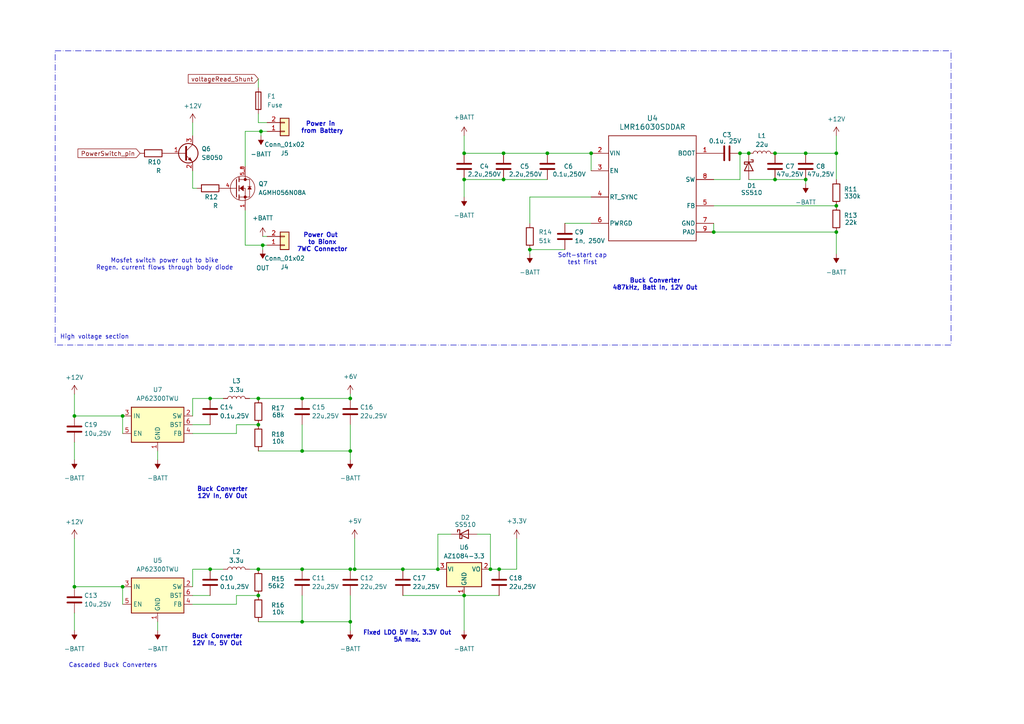
<source format=kicad_sch>
(kicad_sch (version 20231120) (generator "eeschema") (generator_version "8.0")
  (paper "A4")
  (lib_symbols
    (symbol "AGMH056N08A_1" (pin_names (offset 1.016))
      (property "Reference" "Q" (at 4.064 0.254 0))
      (property "Value" "AGMH056N08A" (at 4.318 -1.778 0))
      (symbol "AGMH056N08A_1_0_0"
        (polyline (pts (xy -2.54 2.54) (xy -2.54 -2.54)) (stroke (width 0.254)))
        (polyline (pts (xy -1.778 -2.54) (xy -1.778 -3.175)) (stroke (width 0.254)))
        (polyline (pts (xy -1.778 -1.905) (xy -1.778 -2.54)) (stroke (width 0.254)))
        (polyline (pts (xy -1.778 0) (xy -1.778 -0.762)) (stroke (width 0.254)))
        (polyline (pts (xy -1.778 0) (xy 0 0)) (stroke (width 0.1524)))
        (polyline (pts (xy -1.778 0.762) (xy -1.778 0)) (stroke (width 0.254)))
        (polyline (pts (xy -1.778 2.54) (xy -1.778 1.905)) (stroke (width 0.254)))
        (polyline (pts (xy -1.778 2.54) (xy 1.27 2.54)) (stroke (width 0.1524)))
        (polyline (pts (xy -1.778 3.175) (xy -1.778 2.54)) (stroke (width 0.254)))
        (polyline (pts (xy 0 -2.54) (xy -1.778 -2.54)) (stroke (width 0.1524)))
        (polyline (pts (xy 0 -2.54) (xy 1.27 -2.54)) (stroke (width 0.1524)))
        (polyline (pts (xy 0 0) (xy 0 -2.54)) (stroke (width 0.1524)))
        (polyline (pts (xy 1.27 0.508) (xy 0.762 0.508)) (stroke (width 0.1524)))
        (polyline (pts (xy 1.27 0.508) (xy 1.27 -2.54)) (stroke (width 0.1524)))
        (polyline (pts (xy 1.27 2.54) (xy 1.27 0.508)) (stroke (width 0.1524)))
        (polyline (pts (xy 1.778 0.508) (xy 1.27 0.508)) (stroke (width 0.1524)))
        (polyline (pts (xy -1.524 0) (xy -0.508 0.762) (xy -0.508 -0.762) (xy -1.524 0)) (stroke (width 0.1524)) (fill (type outline)))
        (polyline (pts (xy 1.27 0.508) (xy 0.762 -0.254) (xy 1.778 -0.254) (xy 1.27 0.508)) (stroke (width 0.1524)) (fill (type outline)))
        (pin passive line (at -6.35 0 0) (length 2.54) (name "~") (number "4"))
        (pin passive line (at 0 6.35 270) (length 2.54) (name "~") (number "5_8"))
      )
      (symbol "AGMH056N08A_1_0_1"
        (circle (center -0.762 0) (radius 3.556))
        (polyline (pts (xy 0 -3.81) (xy 0 -2.54)))
        (polyline (pts (xy 0 -2.54) (xy 0 -2.54)))
        (polyline (pts (xy 0 2.54) (xy 0 3.81)))
        (polyline (pts (xy 0 3.81) (xy 0 3.81)))
      )
      (symbol "AGMH056N08A_1_1_0"
        (circle (center 0 -2.54) (radius 0.3592) (fill (type outline)))
        (polyline (pts (xy -2.54 0) (xy -3.81 0)))
        (circle (center 0 2.54) (radius 0.3592) (fill (type outline)))
        (pin passive line (at 0 -6.35 90) (length 2.54) (name "~") (number "1"))
        (pin passive line (at 0 -6.35 90) (length 2.54) hide (name "~") (number "2"))
        (pin passive line (at 0 -6.35 90) (length 2.54) hide (name "~") (number "3"))
      )
    )
    (symbol "Connector_Generic:Conn_01x02" (pin_names (offset 1.016) hide)
      (property "Reference" "J" (at 0 2.54 0))
      (property "Value" "Conn_01x02" (at 0 -5.08 0))
      (symbol "Conn_01x02_1_1"
        (rectangle (start -1.27 -2.413) (end 0 -2.667) (stroke (width 0.1524)))
        (rectangle (start -1.27 0.127) (end 0 -0.127) (stroke (width 0.1524)))
        (rectangle (start -1.27 1.27) (end 1.27 -3.81) (stroke (width 0.254)) (fill (type background)))
        (pin passive line (at -5.08 0 0) (length 3.81) (name "Pin_1") (number "1"))
        (pin passive line (at -5.08 -2.54 0) (length 3.81) (name "Pin_2") (number "2"))
      )
    )
    (symbol "Device:C" (pin_numbers hide) (pin_names (offset 0.254))
      (property "Reference" "C" (at 0.635 2.54 0))
      (property "Value" "C" (at 0.635 -2.54 0))
      (symbol "C_0_1"
        (polyline (pts (xy -2.032 -0.762) (xy 2.032 -0.762)) (stroke (width 0.508)))
        (polyline (pts (xy -2.032 0.762) (xy 2.032 0.762)) (stroke (width 0.508)))
      )
      (symbol "C_1_1"
        (pin passive line (at 0 3.81 270) (length 2.794) (name "~") (number "1"))
        (pin passive line (at 0 -3.81 90) (length 2.794) (name "~") (number "2"))
      )
    )
    (symbol "Device:D_Schottky" (pin_numbers hide) (pin_names (offset 1.016) hide)
      (property "Reference" "D" (at 0 2.54 0))
      (property "Value" "D_Schottky" (at 0 -2.54 0))
      (symbol "D_Schottky_0_1"
        (polyline (pts (xy 1.27 0) (xy -1.27 0)))
        (polyline (pts (xy 1.27 1.27) (xy 1.27 -1.27) (xy -1.27 0) (xy 1.27 1.27)) (stroke (width 0.254)))
        (polyline (pts (xy -1.905 0.635) (xy -1.905 1.27) (xy -1.27 1.27) (xy -1.27 -1.27) (xy -0.635 -1.27) (xy -0.635 -0.635)) (stroke (width 0.254)))
      )
      (symbol "D_Schottky_1_1"
        (pin passive line (at -3.81 0 0) (length 2.54) (name "K") (number "1"))
        (pin passive line (at 3.81 0 180) (length 2.54) (name "A") (number "2"))
      )
    )
    (symbol "Device:Fuse" (pin_numbers hide) (pin_names (offset 0))
      (property "Reference" "F" (at 2.032 0 90))
      (property "Value" "Fuse" (at -1.905 0 90))
      (symbol "Fuse_0_1"
        (rectangle (start -0.762 -2.54) (end 0.762 2.54) (stroke (width 0.254)))
        (polyline (pts (xy 0 2.54) (xy 0 -2.54)))
      )
      (symbol "Fuse_1_1"
        (pin passive line (at 0 3.81 270) (length 1.27) (name "~") (number "1"))
        (pin passive line (at 0 -3.81 90) (length 1.27) (name "~") (number "2"))
      )
    )
    (symbol "Device:L" (pin_numbers hide) (pin_names (offset 1.016) hide)
      (property "Reference" "L" (at -1.27 0 90))
      (property "Value" "L" (at 1.905 0 90))
      (symbol "L_0_1"
        (arc (start 0 -2.54) (mid 0.6323 -1.905) (end 0 -1.27))
        (arc (start 0 -1.27) (mid 0.6323 -0.635) (end 0 0))
        (arc (start 0 0) (mid 0.6323 0.635) (end 0 1.27))
        (arc (start 0 1.27) (mid 0.6323 1.905) (end 0 2.54))
      )
      (symbol "L_1_1"
        (pin passive line (at 0 3.81 270) (length 1.27) (name "1") (number "1"))
        (pin passive line (at 0 -3.81 90) (length 1.27) (name "2") (number "2"))
      )
    )
    (symbol "Device:Q_NPN_BEC" (pin_names (offset 0) hide)
      (property "Reference" "Q" (at 5.08 1.27 0))
      (property "Value" "Q_NPN_BEC" (at 5.08 -1.27 0))
      (symbol "Q_NPN_BEC_0_1"
        (polyline (pts (xy 0.635 0.635) (xy 2.54 2.54)))
        (polyline (pts (xy 0.635 -0.635) (xy 2.54 -2.54) (xy 2.54 -2.54)))
        (polyline (pts (xy 0.635 1.905) (xy 0.635 -1.905) (xy 0.635 -1.905)) (stroke (width 0.508)))
        (polyline (pts (xy 1.27 -1.778) (xy 1.778 -1.27) (xy 2.286 -2.286) (xy 1.27 -1.778) (xy 1.27 -1.778)) (fill (type outline)))
        (circle (center 1.27 0) (radius 2.8194) (stroke (width 0.254)))
      )
      (symbol "Q_NPN_BEC_1_1"
        (pin input line (at -5.08 0 0) (length 5.715) (name "B") (number "1"))
        (pin passive line (at 2.54 -5.08 90) (length 2.54) (name "E") (number "2"))
        (pin passive line (at 2.54 5.08 270) (length 2.54) (name "C") (number "3"))
      )
    )
    (symbol "Device:R" (pin_numbers hide) (pin_names (offset 0))
      (property "Reference" "R" (at 2.032 0 90))
      (property "Value" "R" (at 0 0 90))
      (symbol "R_0_1"
        (rectangle (start -1.016 -2.54) (end 1.016 2.54) (stroke (width 0.254)))
      )
      (symbol "R_1_1"
        (pin passive line (at 0 3.81 270) (length 1.27) (name "~") (number "1"))
        (pin passive line (at 0 -3.81 90) (length 1.27) (name "~") (number "2"))
      )
    )
    (symbol "LMR16030SDDAR:LMR16030SDDAR" (pin_names (offset 0.254))
      (property "Reference" "U" (at 0 2.54 0))
      (property "Value" "LMR16030SDDAR" (at 0 0 0))
      (symbol "LMR16030SDDAR_0_1"
        (polyline (pts (xy -12.7 -15.24) (xy 12.7 -15.24)) (stroke (width 0.2032)))
        (polyline (pts (xy -12.7 15.24) (xy -12.7 -15.24)) (stroke (width 0.2032)))
        (polyline (pts (xy 12.7 -15.24) (xy 12.7 15.24)) (stroke (width 0.2032)))
        (polyline (pts (xy 12.7 15.24) (xy -12.7 15.24)) (stroke (width 0.2032)))
        (pin unspecified line (at 17.78 10.16 180) (length 5.08) (name "BOOT") (number "1"))
        (pin power_in line (at -17.78 10.16 0) (length 5.08) (name "VIN") (number "2"))
        (pin input line (at -17.78 5.08 0) (length 5.08) (name "EN") (number "3"))
        (pin unspecified line (at -17.78 -2.54 0) (length 5.08) (name "RT_SYNC") (number "4"))
        (pin input line (at 17.78 -5.08 180) (length 5.08) (name "FB") (number "5"))
        (pin output line (at -17.78 -10.16 0) (length 5.08) (name "PWRGD") (number "6"))
        (pin power_in line (at 17.78 -10.16 180) (length 5.08) (name "GND") (number "7"))
        (pin power_in line (at 17.78 2.54 180) (length 5.08) (name "SW") (number "8"))
        (pin power_in line (at 17.78 -12.7 180) (length 5.08) (name "PAD") (number "9"))
      )
    )
    (symbol "Regulator_Linear:AZ1084-3.3" (pin_names (offset 0.254))
      (property "Reference" "U" (at -3.81 3.175 0))
      (property "Value" "AZ1084-3.3" (at 0 3.175 0))
      (symbol "AZ1084-3.3_0_1"
        (rectangle (start -5.08 1.905) (end 5.08 -5.08) (stroke (width 0.254)) (fill (type background)))
      )
      (symbol "AZ1084-3.3_1_1"
        (pin power_in line (at 0 -7.62 90) (length 2.54) (name "GND") (number "1"))
        (pin power_out line (at 7.62 0 180) (length 2.54) (name "VO") (number "2"))
        (pin power_in line (at -7.62 0 0) (length 2.54) (name "VI") (number "3"))
      )
    )
    (symbol "Regulator_Switching:AP62300TWU"
      (property "Reference" "U" (at -7.62 6.35 0))
      (property "Value" "AP62300TWU" (at 2.54 6.35 0))
      (symbol "AP62300TWU_0_1"
        (rectangle (start -7.62 5.08) (end 7.62 -5.08) (stroke (width 0.254)) (fill (type background)))
      )
      (symbol "AP62300TWU_1_1"
        (pin power_in line (at 0 -7.62 90) (length 2.54) (name "GND") (number "1"))
        (pin output line (at 10.16 2.54 180) (length 2.54) (name "SW") (number "2"))
        (pin power_in line (at -10.16 2.54 0) (length 2.54) (name "IN") (number "3"))
        (pin input line (at 10.16 -2.54 180) (length 2.54) (name "FB") (number "4"))
        (pin passive line (at -10.16 -2.54 0) (length 2.54) (name "EN") (number "5"))
        (pin passive line (at 10.16 0 180) (length 2.54) (name "BST") (number "6"))
      )
    )
    (symbol "power:+12V" (power) (pin_names (offset 0))
      (property "Value" "+12V" (at 0 3.556 0))
      (symbol "+12V_0_1"
        (polyline (pts (xy -0.762 1.27) (xy 0 2.54)))
        (polyline (pts (xy 0 0) (xy 0 2.54)))
        (polyline (pts (xy 0 2.54) (xy 0.762 1.27)))
      )
      (symbol "+12V_1_1"
        (pin power_in line (at 0 0 90) (length 0) hide (name "+12V") (number "1"))
      )
    )
    (symbol "power:+3.3V" (power) (pin_numbers hide) (pin_names (offset 0) hide)
      (property "Value" "+3.3V" (at 0 3.556 0))
      (symbol "+3.3V_0_1"
        (polyline (pts (xy -0.762 1.27) (xy 0 2.54)))
        (polyline (pts (xy 0 0) (xy 0 2.54)))
        (polyline (pts (xy 0 2.54) (xy 0.762 1.27)))
      )
      (symbol "+3.3V_1_1"
        (pin power_in line (at 0 0 90) (length 0) (name "~") (number "1"))
      )
    )
    (symbol "power:+BATT" (power) (pin_names (offset 0))
      (property "Value" "+BATT" (at 0 3.556 0))
      (symbol "+BATT_0_1"
        (polyline (pts (xy -0.762 1.27) (xy 0 2.54)))
        (polyline (pts (xy 0 0) (xy 0 2.54)))
        (polyline (pts (xy 0 2.54) (xy 0.762 1.27)))
      )
      (symbol "+BATT_1_1"
        (pin power_in line (at 0 0 90) (length 0) hide (name "+BATT") (number "1"))
      )
    )
    (symbol "power:-BATT" (power) (pin_names (offset 0))
      (property "Value" "-BATT" (at 0 3.556 0))
      (symbol "-BATT_0_1"
        (polyline (pts (xy 0 0) (xy 0 2.54)))
        (polyline (pts (xy 0.762 1.27) (xy -0.762 1.27) (xy 0 2.54) (xy 0.762 1.27)) (fill (type outline)))
      )
      (symbol "-BATT_1_1"
        (pin power_in line (at 0 0 90) (length 0) hide (name "-BATT") (number "1"))
      )
    )
  )
  (junction (at 87.63 165.1))
  (junction (at 74.93 165.1))
  (junction (at 74.93 172.72))
  (junction (at 116.84 165.1))
  (junction (at 35.56 120.65))
  (junction (at 60.96 115.57))
  (junction (at 87.63 115.57))
  (junction (at 134.62 172.72))
  (junction (at 146.05 52.07))
  (junction (at 242.57 59.69))
  (junction (at 74.93 123.19))
  (junction (at 158.75 44.45))
  (junction (at 101.6 115.57))
  (junction (at 233.68 52.07))
  (junction (at 134.62 44.45))
  (junction (at 233.68 44.45))
  (junction (at 242.57 44.45))
  (junction (at 87.63 180.34))
  (junction (at 224.79 52.07))
  (junction (at 21.59 120.65))
  (junction (at 144.78 165.1))
  (junction (at 214.63 44.45))
  (junction (at 87.63 130.81))
  (junction (at 74.93 115.57))
  (junction (at 146.05 44.45))
  (junction (at 207.01 67.31))
  (junction (at 171.45 44.45))
  (junction (at 76.2 71.12))
  (junction (at 101.6 165.1))
  (junction (at 142.24 165.1))
  (junction (at 101.6 180.34))
  (junction (at 217.17 44.45))
  (junction (at 102.87 165.1))
  (junction (at 127 165.1))
  (junction (at 101.6 130.81))
  (junction (at 21.59 170.18))
  (junction (at 60.96 165.1))
  (junction (at 224.79 44.45))
  (junction (at 153.67 72.39))
  (junction (at 35.56 170.18))
  (junction (at 134.62 52.07))
  (junction (at 242.57 67.31))
  (junction (at 75.692 38.1))
  (wire (pts (xy 233.68 44.45) (xy 242.57 44.45)))
  (wire (pts (xy 217.17 44.45) (xy 214.63 44.45)))
  (wire (pts (xy 45.72 180.34) (xy 45.72 182.88)))
  (wire (pts (xy 74.93 33.02) (xy 74.93 35.56)))
  (wire (pts (xy 153.67 57.15) (xy 153.67 64.77)))
  (wire (pts (xy 21.59 156.21) (xy 21.59 170.18)))
  (wire (pts (xy 207.01 64.77) (xy 207.01 67.31)))
  (wire (pts (xy 74.93 172.72) (xy 68.58 172.72)))
  (wire (pts (xy 74.93 115.57) (xy 87.63 115.57)))
  (wire (pts (xy 60.96 115.57) (xy 64.77 115.57)))
  (wire (pts (xy 101.6 130.81) (xy 87.63 130.81)))
  (wire (pts (xy 74.93 115.57) (xy 72.39 115.57)))
  (wire (pts (xy 134.62 172.72) (xy 144.78 172.72)))
  (wire (pts (xy 71.12 71.12) (xy 76.2 71.12)))
  (wire (pts (xy 134.62 182.88) (xy 134.62 172.72)))
  (wire (pts (xy 77.47 68.58) (xy 76.2 68.58)))
  (wire (pts (xy 74.93 123.19) (xy 68.58 123.19)))
  (wire (pts (xy 74.93 22.86) (xy 74.93 25.4)))
  (wire (pts (xy 171.45 44.45) (xy 171.45 49.53)))
  (wire (pts (xy 138.43 154.94) (xy 142.24 154.94)))
  (wire (pts (xy 87.63 180.34) (xy 74.93 180.34)))
  (wire (pts (xy 149.86 165.1) (xy 144.78 165.1)))
  (wire (pts (xy 134.62 39.37) (xy 134.62 44.45)))
  (wire (pts (xy 101.6 180.34) (xy 101.6 182.88)))
  (wire (pts (xy 35.56 125.73) (xy 35.56 120.65)))
  (wire (pts (xy 101.6 115.57) (xy 87.63 115.57)))
  (wire (pts (xy 21.59 120.65) (xy 35.56 120.65)))
  (wire (pts (xy 55.88 170.18) (xy 55.88 165.1)))
  (wire (pts (xy 102.87 156.21) (xy 102.87 165.1)))
  (wire (pts (xy 71.12 38.1) (xy 75.692 38.1)))
  (wire (pts (xy 207.01 59.69) (xy 242.57 59.69)))
  (wire (pts (xy 214.63 44.45) (xy 214.63 52.07)))
  (wire (pts (xy 102.87 165.1) (xy 116.84 165.1)))
  (wire (pts (xy 101.6 172.72) (xy 101.6 180.34)))
  (wire (pts (xy 101.6 165.1) (xy 87.63 165.1)))
  (wire (pts (xy 146.05 44.45) (xy 158.75 44.45)))
  (wire (pts (xy 60.96 165.1) (xy 64.77 165.1)))
  (wire (pts (xy 142.24 154.94) (xy 142.24 165.1)))
  (wire (pts (xy 233.68 53.34) (xy 233.68 52.07)))
  (wire (pts (xy 74.93 165.1) (xy 87.63 165.1)))
  (wire (pts (xy 242.57 39.37) (xy 242.57 44.45)))
  (wire (pts (xy 207.01 67.31) (xy 242.57 67.31)))
  (wire (pts (xy 101.6 114.3) (xy 101.6 115.57)))
  (wire (pts (xy 171.45 57.15) (xy 153.67 57.15)))
  (wire (pts (xy 134.62 44.45) (xy 146.05 44.45)))
  (wire (pts (xy 21.59 133.35) (xy 21.59 128.27)))
  (wire (pts (xy 101.6 165.1) (xy 102.87 165.1)))
  (wire (pts (xy 101.6 180.34) (xy 87.63 180.34)))
  (wire (pts (xy 55.88 172.72) (xy 60.96 172.72)))
  (wire (pts (xy 55.88 54.61) (xy 55.88 49.53)))
  (wire (pts (xy 101.6 130.81) (xy 101.6 133.35)))
  (wire (pts (xy 153.67 72.39) (xy 163.83 72.39)))
  (wire (pts (xy 242.57 52.07) (xy 242.57 44.45)))
  (wire (pts (xy 55.88 115.57) (xy 60.96 115.57)))
  (wire (pts (xy 163.83 64.77) (xy 171.45 64.77)))
  (wire (pts (xy 101.6 123.19) (xy 101.6 130.81)))
  (wire (pts (xy 217.17 52.07) (xy 224.79 52.07)))
  (wire (pts (xy 214.63 52.07) (xy 207.01 52.07)))
  (wire (pts (xy 87.63 172.72) (xy 87.63 180.34)))
  (wire (pts (xy 224.79 44.45) (xy 233.68 44.45)))
  (wire (pts (xy 45.72 130.81) (xy 45.72 133.35)))
  (wire (pts (xy 77.47 38.1) (xy 75.692 38.1)))
  (wire (pts (xy 21.59 170.18) (xy 35.56 170.18)))
  (wire (pts (xy 130.81 154.94) (xy 127 154.94)))
  (wire (pts (xy 68.58 175.26) (xy 55.88 175.26)))
  (wire (pts (xy 68.58 123.19) (xy 68.58 125.73)))
  (wire (pts (xy 146.05 52.07) (xy 158.75 52.07)))
  (wire (pts (xy 116.84 172.72) (xy 134.62 172.72)))
  (wire (pts (xy 55.88 165.1) (xy 60.96 165.1)))
  (wire (pts (xy 134.62 52.07) (xy 146.05 52.07)))
  (wire (pts (xy 75.692 39.37) (xy 75.692 38.1)))
  (wire (pts (xy 242.57 73.66) (xy 242.57 67.31)))
  (wire (pts (xy 116.84 165.1) (xy 127 165.1)))
  (wire (pts (xy 21.59 114.3) (xy 21.59 120.65)))
  (wire (pts (xy 77.47 71.12) (xy 76.2 71.12)))
  (wire (pts (xy 87.63 130.81) (xy 74.93 130.81)))
  (wire (pts (xy 68.58 172.72) (xy 68.58 175.26)))
  (wire (pts (xy 74.93 35.56) (xy 77.47 35.56)))
  (wire (pts (xy 55.88 120.65) (xy 55.88 115.57)))
  (wire (pts (xy 134.62 57.15) (xy 134.62 52.07)))
  (wire (pts (xy 87.63 123.19) (xy 87.63 130.81)))
  (wire (pts (xy 76.2 72.39) (xy 76.2 71.12)))
  (wire (pts (xy 142.24 165.1) (xy 144.78 165.1)))
  (wire (pts (xy 224.79 52.07) (xy 233.68 52.07)))
  (wire (pts (xy 35.56 175.26) (xy 35.56 170.18)))
  (wire (pts (xy 71.12 38.1) (xy 71.12 48.26)))
  (wire (pts (xy 127 154.94) (xy 127 165.1)))
  (wire (pts (xy 55.88 123.19) (xy 60.96 123.19)))
  (wire (pts (xy 153.67 73.66) (xy 153.67 72.39)))
  (wire (pts (xy 158.75 44.45) (xy 171.45 44.45)))
  (wire (pts (xy 68.58 125.73) (xy 55.88 125.73)))
  (wire (pts (xy 74.93 165.1) (xy 72.39 165.1)))
  (wire (pts (xy 55.88 39.37) (xy 55.88 35.56)))
  (wire (pts (xy 149.86 156.21) (xy 149.86 165.1)))
  (wire (pts (xy 21.59 182.88) (xy 21.59 177.8)))
  (wire (pts (xy 71.12 60.96) (xy 71.12 71.12)))
  (wire (pts (xy 57.15 54.61) (xy 55.88 54.61)))
  (rectangle (start 16.002 14.732) (end 275.844 100.076) (stroke (width 0) (type dash_dot)))
  (text "Cascaded Buck Converters" (at 32.766 193.04 0) (effects (font (size 1.27 1.27))))
  (text "Buck Converter\n12V In, 6V Out" (at 64.516 143.002 0) (effects (font (size 1.27 1.27) (thickness 0.254) (bold yes))))
  (text "Fixed LDO 5V In, 3.3V Out\n5A max." (at 118.11 184.658 0) (effects (font (size 1.27 1.27) (thickness 0.254) (bold yes))))
  (text "Buck Converter\n487kHz, Batt In, 12V Out" (at 189.992 82.55 0) (effects (font (size 1.27 1.27) (thickness 0.254) (bold yes))))
  (text "High voltage section" (at 27.432 97.79 0) (effects (font (size 1.27 1.27))))
  (text "Power in \nfrom Battery" (at 93.472 37.084 0) (effects (font (size 1.27 1.27) (thickness 0.254) (bold yes))))
  (text "Soft-start cap\ntest first" (at 168.91 75.184 0) (effects (font (size 1.27 1.27))))
  (text "Power Out \nto Bionx\n7WC Connector" (at 93.472 70.358 0) (effects (font (size 1.27 1.27) (thickness 0.254) (bold yes))))
  (text "Buck Converter\n12V In, 5V Out" (at 62.992 185.674 0) (effects (font (size 1.27 1.27) (thickness 0.254) (bold yes))))
  (text "Mosfet switch power out to bike\nRegen. current flows through body diode" (at 47.752 76.708 0) (effects (font (size 1.27 1.27))))
  (global_label "voltageRead_Shunt" (shape input) (at 74.93 22.86 180) (property "Intersheetrefs" "${INTERSHEET_REFS}" (effects (hide yes))))
  (global_label "PowerSwitch_pin" (shape input) (at 40.64 44.45 180) (property "Intersheetrefs" "${INTERSHEET_REFS}" (effects (hide yes))))
  (symbol (lib_id "power:-BATT") (at 75.692 39.37 180) (unit 1)
    (property "Reference" "#PWR032" (effects (hide yes)))
    (property "Value" "-BATT" (at 75.692 44.704 0))
  )
  (symbol (lib_id "Device:C") (at 101.6 119.38 0) (unit 1)
    (property "Reference" "C16" (at 104.394 118.11 0) (effects (justify left)))
    (property "Value" "22u,25V" (at 104.394 120.65 0) (effects (justify left)))
    (property "Footprint" "Capacitor_SMD:C_0805_2012Metric" (effects (hide yes)))
    (property "Description" "Unpolarized capacitor" (effects (hide yes)))
  )
  (symbol (lib_id "Device:R") (at 44.45 44.45 270) (unit 1)
    (property "Reference" "R10" (at 46.736 46.99 90) (effects (justify right)))
    (property "Value" "R" (at 46.736 49.53 90) (effects (justify right)))
    (property "Footprint" "Resistor_SMD:R_0402_1005Metric" (effects (hide yes)))
    (property "Description" "Resistor" (effects (hide yes)))
  )
  (symbol (lib_id "power:-BATT") (at 45.72 182.88 180) (unit 1)
    (property "Reference" "#PWR036" (effects (hide yes)))
    (property "Value" "-BATT" (at 45.72 188.214 0))
  )
  (symbol (lib_id "power:-BATT") (at 233.68 53.34 180) (unit 1)
    (property "Reference" "#PWR025" (effects (hide yes)))
    (property "Value" "-BATT" (at 233.68 58.674 0))
  )
  (symbol (lib_id "Regulator_Switching:AP62300TWU") (at 45.72 123.19 0) (unit 1)
    (property "Reference" "U7" (at 45.72 113.03 0))
    (property "Value" "AP62300TWU" (at 45.72 115.57 0))
    (property "Footprint" "Package_TO_SOT_SMD:TSOT-23-6" (effects (hide yes)))
    (property "Datasheet" "https://www.diodes.com/assets/Datasheets/AP62300_AP62301_AP62300T.pdf" (effects (hide yes)))
    (property "Description" "3A, 750kHz Buck DC/DC Converter, PFM for light load efficiency, 4.2V-18V input voltage, 0.8V-7V adjustable output voltage, TSOT-23-6" (effects (hide yes)))
  )
  (symbol (lib_id "Device:R") (at 74.93 168.91 180) (unit 1)
    (property "Reference" "R15" (at 82.55 167.894 0) (effects (justify left)))
    (property "Value" "56k2" (at 82.55 169.926 0) (effects (justify left)))
    (property "Footprint" "Resistor_SMD:R_0402_1005Metric" (effects (hide yes)))
    (property "Description" "Resistor" (effects (hide yes)))
  )
  (symbol (lib_id "Device:R") (at 74.93 127 180) (unit 1)
    (property "Reference" "R18" (at 82.55 125.984 0) (effects (justify left)))
    (property "Value" "10k" (at 82.55 128.016 0) (effects (justify left)))
    (property "Footprint" "Resistor_SMD:R_0402_1005Metric" (effects (hide yes)))
    (property "Description" "Resistor" (effects (hide yes)))
  )
  (symbol (lib_id "LMR16030SDDAR:LMR16030SDDAR") (at 189.23 54.61 0) (unit 1)
    (property "Reference" "U4" (at 189.23 34.29 0) (effects (font (size 1.524 1.524))))
    (property "Value" "LMR16030SDDAR" (at 189.23 36.83 0) (effects (font (size 1.524 1.524))))
    (property "Footprint" "LMR16030SDDAR:DDA0008E_N" (effects (hide yes)))
    (property "Datasheet" "LMR16030SDDAR" (effects (hide yes)))
  )
  (symbol (lib_id "Device:C") (at 116.84 168.91 0) (unit 1)
    (property "Reference" "C17" (at 119.634 167.64 0) (effects (justify left)))
    (property "Value" "22u,25V" (at 119.634 170.18 0) (effects (justify left)))
    (property "Footprint" "Capacitor_SMD:C_0805_2012Metric" (effects (hide yes)))
    (property "Description" "Unpolarized capacitor" (effects (hide yes)))
  )
  (symbol (lib_id "Regulator_Linear:AZ1084-3.3") (at 134.62 165.1 0) (unit 1)
    (property "Reference" "U6" (at 134.62 158.75 0))
    (property "Value" "AZ1084-3.3" (at 134.62 161.29 0))
    (property "Footprint" "Package_TO_SOT_SMD:TO-252-2" (effects (hide yes)))
    (property "Datasheet" "https://www.diodes.com/assets/Datasheets/AZ1084.pdf" (effects (hide yes)))
    (property "Description" "5A 12V Fixed LDO Linear Regulator, 1.5V, TO-220/TO-252/TO-263" (effects (hide yes)))
  )
  (symbol (lib_id "Device:R") (at 60.96 54.61 270) (unit 1)
    (property "Reference" "R12" (at 63.246 57.15 90) (effects (justify right)))
    (property "Value" "R" (at 63.246 59.69 90) (effects (justify right)))
    (property "Footprint" "Resistor_SMD:R_0402_1005Metric" (effects (hide yes)))
    (property "Description" "Resistor" (effects (hide yes)))
  )
  (symbol (lib_id "Device:C") (at 60.96 168.91 0) (unit 1)
    (property "Reference" "C10" (at 63.754 167.64 0) (effects (justify left)))
    (property "Value" "0.1u,25V" (at 63.754 170.18 0) (effects (justify left)))
    (property "Footprint" "Capacitor_SMD:C_0402_1005Metric" (effects (hide yes)))
    (property "Description" "Unpolarized capacitor" (effects (hide yes)))
  )
  (symbol (lib_id "Device:R") (at 242.57 55.88 180) (unit 1)
    (property "Reference" "R11" (at 248.666 54.864 0) (effects (justify left)))
    (property "Value" "330k" (at 249.682 56.896 0) (effects (justify left)))
    (property "Footprint" "Resistor_SMD:R_0603_1608Metric" (effects (hide yes)))
    (property "Description" "Resistor" (effects (hide yes)))
  )
  (symbol (lib_id "Device:L") (at 220.98 44.45 90) (unit 1)
    (property "Reference" "L1" (at 220.98 39.37 90))
    (property "Value" "22u" (at 220.98 41.91 90))
    (property "Footprint" "Inductor_SMD:L_Chilisin_BMRF00101040" (effects (hide yes)))
    (property "Description" "Inductor" (effects (hide yes)))
  )
  (symbol (lib_id "Device:C") (at 87.63 119.38 0) (unit 1)
    (property "Reference" "C15" (at 90.424 118.11 0) (effects (justify left)))
    (property "Value" "22u,25V" (at 90.424 120.65 0) (effects (justify left)))
    (property "Footprint" "Capacitor_SMD:C_0805_2012Metric" (effects (hide yes)))
    (property "Description" "Unpolarized capacitor" (effects (hide yes)))
  )
  (symbol (lib_id "Device:C") (at 158.75 48.26 180) (unit 1)
    (property "Reference" "C6" (at 164.846 48.26 0))
    (property "Value" "0.1u,250V" (at 165.1 50.546 0))
    (property "Footprint" "Capacitor_SMD:C_1206_3216Metric" (effects (hide yes)))
    (property "Description" "Unpolarized capacitor" (effects (hide yes)))
  )
  (symbol (lib_id "power:-BATT") (at 134.62 57.15 180) (unit 1)
    (property "Reference" "#PWR026" (effects (hide yes)))
    (property "Value" "-BATT" (at 134.62 62.484 0))
  )
  (symbol (lib_id "power:+BATT") (at 76.2 68.58 0) (mirror y) (unit 1)
    (property "Reference" "#PWR027" (effects (hide yes)))
    (property "Value" "+BATT" (at 76.2 63.246 0))
  )
  (symbol (lib_id "Device:C") (at 210.82 44.45 90) (unit 1)
    (property "Reference" "C3" (at 210.82 39.116 90))
    (property "Value" "0.1u, 25V" (at 210.312 40.894 90))
    (property "Footprint" "Capacitor_SMD:C_0402_1005Metric" (effects (hide yes)))
    (property "Description" "Unpolarized capacitor" (effects (hide yes)))
  )
  (symbol (lib_id "power:-BATT") (at 21.59 133.35 180) (unit 1)
    (property "Reference" "#PWR041" (effects (hide yes)))
    (property "Value" "-BATT" (at 21.59 138.684 0))
  )
  (symbol (lib_id "power:+12V") (at 55.88 35.56 0) (unit 1)
    (property "Reference" "#PWR022" (effects (hide yes)))
    (property "Value" "+12V" (at 55.88 30.734 0))
  )
  (symbol (lib_id "Device:L") (at 68.58 115.57 90) (unit 1)
    (property "Reference" "L3" (at 68.58 110.49 90))
    (property "Value" "3.3u" (at 68.58 113.03 90))
    (property "Footprint" "Inductor_SMD:L_Chilisin_BMRx00040412" (effects (hide yes)))
    (property "Description" "Inductor" (effects (hide yes)))
  )
  (symbol (lib_id "Device:C") (at 224.79 48.26 180) (unit 1)
    (property "Reference" "C7" (at 229.108 48.26 0))
    (property "Value" "47u,25V" (at 229.108 50.546 0))
    (property "Footprint" "Capacitor_SMD:C_1206_3216Metric" (effects (hide yes)))
    (property "Description" "Unpolarized capacitor" (effects (hide yes)))
  )
  (symbol (lib_id "power:-BATT") (at 242.57 73.66 180) (unit 1)
    (property "Reference" "#PWR030" (effects (hide yes)))
    (property "Value" "-BATT" (at 242.57 78.994 0))
  )
  (symbol (lib_id "Device:Fuse") (at 74.93 29.21 0) (unit 1)
    (property "Reference" "F1" (at 77.47 27.9399 0) (effects (justify left)))
    (property "Value" "Fuse" (at 77.47 30.4799 0) (effects (justify left)))
    (property "Footprint" "Fuse:Fuseholder_Blade_Mini_Keystone_3568" (effects (hide yes)))
    (property "Description" "Fuse" (effects (hide yes)))
  )
  (symbol (lib_id "Device:R") (at 242.57 63.5 180) (unit 1)
    (property "Reference" "R13" (at 248.666 62.484 0) (effects (justify left)))
    (property "Value" "22k" (at 248.666 64.516 0) (effects (justify left)))
    (property "Footprint" "Resistor_SMD:R_0603_1608Metric" (effects (hide yes)))
    (property "Description" "Resistor" (effects (hide yes)))
  )
  (symbol (lib_id "Device:D_Schottky") (at 217.17 48.26 270) (unit 1)
    (property "Reference" "D1" (at 216.662 53.848 90) (effects (justify left)))
    (property "Value" "SS510" (at 214.884 55.88 90) (effects (justify left)))
    (property "Footprint" "Diode_SMD:D_SMA" (effects (hide yes)))
    (property "Description" "Schottky diode" (effects (hide yes)))
  )
  (symbol (lib_name "AGMH056N08A_1") (lib_id "AGMH056N08A:AGMH056N08A") (at 71.12 54.61 0) (unit 1)
    (property "Reference" "Q7" (at 74.93 53.3399 0) (effects (justify left)))
    (property "Value" "AGMH056N08A" (at 74.93 55.8799 0) (effects (justify left)))
    (property "Footprint" "MOSFETs_SMD:AGMH056N08A" (effects (hide yes)))
    (property "PARTREV" "A1910" (effects (hide yes)))
    (property "MANUFACTURER" "Taiwan Semiconductor" (effects (hide yes)))
    (property "MAXIMUM_PACKAGE_HEIGHT" "1.1 mm" (effects (hide yes)))
    (property "STANDARD" "Manufacturer Recommendations" (effects (hide yes)))
  )
  (symbol (lib_id "Device:D_Schottky") (at 134.62 154.94 0) (unit 1)
    (property "Reference" "D2" (at 133.604 150.114 0) (effects (justify left)))
    (property "Value" "SS510" (at 131.826 152.146 0) (effects (justify left)))
    (property "Footprint" "Diode_SMD:D_SMA" (effects (hide yes)))
    (property "Description" "Schottky diode" (effects (hide yes)))
  )
  (symbol (lib_id "power:-BATT") (at 101.6 182.88 180) (unit 1)
    (property "Reference" "#PWR037" (effects (hide yes)))
    (property "Value" "-BATT" (at 101.6 188.214 0))
  )
  (symbol (lib_id "Device:C") (at 101.6 168.91 0) (unit 1)
    (property "Reference" "C12" (at 104.394 167.64 0) (effects (justify left)))
    (property "Value" "22u,25V" (at 104.394 170.18 0) (effects (justify left)))
    (property "Footprint" "Capacitor_SMD:C_0805_2012Metric" (effects (hide yes)))
    (property "Description" "Unpolarized capacitor" (effects (hide yes)))
  )
  (symbol (lib_id "Device:C") (at 21.59 124.46 0) (unit 1)
    (property "Reference" "C19" (at 24.384 123.19 0) (effects (justify left)))
    (property "Value" "10u,25V" (at 24.384 125.73 0) (effects (justify left)))
    (property "Footprint" "Capacitor_SMD:C_0805_2012Metric" (effects (hide yes)))
    (property "Description" "Unpolarized capacitor" (effects (hide yes)))
  )
  (symbol (lib_id "power:-BATT") (at 45.72 133.35 180) (unit 1)
    (property "Reference" "#PWR042" (effects (hide yes)))
    (property "Value" "-BATT" (at 45.72 138.684 0))
  )
  (symbol (lib_id "Connector_Generic:Conn_01x02") (at 82.55 71.12 0) (mirror x) (unit 1)
    (property "Reference" "J4" (at 82.55 77.47 0))
    (property "Value" "Conn_01x02" (at 82.55 74.93 0))
    (property "Footprint" "Connector_AMASS:AMASS_XT30PW-F_1x02_P2.50mm_Horizontal" (effects (hide yes)))
    (property "Description" "Generic connector, single row, 01x02, script generated (kicad-library-utils/schlib/autogen/connector/)" (effects (hide yes)))
  )
  (symbol (lib_id "Device:C") (at 134.62 48.26 180) (unit 1)
    (property "Reference" "C4" (at 140.462 48.26 0))
    (property "Value" "2.2u,250V" (at 140.462 50.546 0))
    (property "Footprint" "Capacitor_SMD:C_2220_5750Metric" (effects (hide yes)))
    (property "Description" "Unpolarized capacitor" (effects (hide yes)))
  )
  (symbol (lib_id "power:+12V") (at 101.6 114.3 0) (unit 1)
    (property "Reference" "#PWR039" (effects (hide yes)))
    (property "Value" "+6V" (at 101.6 109.22 0))
  )
  (symbol (lib_id "Device:C") (at 163.83 68.58 0) (unit 1)
    (property "Reference" "C9" (at 166.624 67.31 0) (effects (justify left)))
    (property "Value" "1n, 250V" (at 166.624 69.85 0) (effects (justify left)))
    (property "Footprint" "Capacitor_SMD:C_0603_1608Metric" (effects (hide yes)))
    (property "Description" "Unpolarized capacitor" (effects (hide yes)))
  )
  (symbol (lib_id "Device:C") (at 21.59 173.99 0) (unit 1)
    (property "Reference" "C13" (at 24.384 172.72 0) (effects (justify left)))
    (property "Value" "10u,25V" (at 24.384 175.26 0) (effects (justify left)))
    (property "Footprint" "Capacitor_SMD:C_0805_2012Metric" (effects (hide yes)))
    (property "Description" "Unpolarized capacitor" (effects (hide yes)))
  )
  (symbol (lib_id "power:+BATT") (at 134.62 39.37 0) (unit 1)
    (property "Reference" "#PWR023" (effects (hide yes)))
    (property "Value" "+BATT" (at 134.62 34.036 0))
  )
  (symbol (lib_id "power:+12V") (at 242.57 39.37 0) (unit 1)
    (property "Reference" "#PWR024" (effects (hide yes)))
    (property "Value" "+12V" (at 242.57 34.544 0))
  )
  (symbol (lib_id "power:+3.3V") (at 149.86 156.21 0) (unit 1)
    (property "Reference" "#PWR040" (effects (hide yes)))
    (property "Value" "+3.3V" (at 149.86 151.13 0))
    (property "Description" "Power symbol creates a global label with name \"+3.3V\"" (effects (hide yes)))
  )
  (symbol (lib_id "power:+12V") (at 21.59 114.3 0) (unit 1)
    (property "Reference" "#PWR038" (effects (hide yes)))
    (property "Value" "+12V" (at 21.59 109.474 0))
  )
  (symbol (lib_id "Connector_Generic:Conn_01x02") (at 82.55 38.1 0) (mirror x) (unit 1)
    (property "Reference" "J5" (at 82.55 44.45 0))
    (property "Value" "Conn_01x02" (at 82.55 41.91 0))
    (property "Footprint" "Connector_AMASS:AMASS_XT30PW-M_1x02_P2.50mm_Horizontal" (effects (hide yes)))
    (property "Description" "Generic connector, single row, 01x02, script generated (kicad-library-utils/schlib/autogen/connector/)" (effects (hide yes)))
  )
  (symbol (lib_id "Device:C") (at 146.05 48.26 180) (unit 1)
    (property "Reference" "C5" (at 152.146 48.26 0))
    (property "Value" "2.2u,250V" (at 152.4 50.546 0))
    (property "Footprint" "Capacitor_SMD:C_2220_5750Metric" (effects (hide yes)))
    (property "Description" "Unpolarized capacitor" (effects (hide yes)))
  )
  (symbol (lib_id "Device:R") (at 74.93 176.53 180) (unit 1)
    (property "Reference" "R16" (at 82.55 175.514 0) (effects (justify left)))
    (property "Value" "10k" (at 82.55 177.546 0) (effects (justify left)))
    (property "Footprint" "Resistor_SMD:R_0402_1005Metric" (effects (hide yes)))
    (property "Description" "Resistor" (effects (hide yes)))
  )
  (symbol (lib_id "power:+12V") (at 21.59 156.21 0) (unit 1)
    (property "Reference" "#PWR033" (effects (hide yes)))
    (property "Value" "+12V" (at 21.59 151.384 0))
  )
  (symbol (lib_id "Regulator_Switching:AP62300TWU") (at 45.72 172.72 0) (unit 1)
    (property "Reference" "U5" (at 45.72 162.56 0))
    (property "Value" "AP62300TWU" (at 45.72 165.1 0))
    (property "Footprint" "Package_TO_SOT_SMD:TSOT-23-6" (effects (hide yes)))
    (property "Datasheet" "https://www.diodes.com/assets/Datasheets/AP62300_AP62301_AP62300T.pdf" (effects (hide yes)))
    (property "Description" "3A, 750kHz Buck DC/DC Converter, PFM for light load efficiency, 4.2V-18V input voltage, 0.8V-7V adjustable output voltage, TSOT-23-6" (effects (hide yes)))
  )
  (symbol (lib_id "power:-BATT") (at 76.2 72.39 0) (mirror x) (unit 1)
    (property "Reference" "#PWR031" (effects (hide yes)))
    (property "Value" "OUT" (at 76.2 77.724 0))
  )
  (symbol (lib_id "power:-BATT") (at 21.59 182.88 180) (unit 1)
    (property "Reference" "#PWR035" (effects (hide yes)))
    (property "Value" "-BATT" (at 21.59 188.214 0))
  )
  (symbol (lib_id "power:+12V") (at 102.87 156.21 0) (unit 1)
    (property "Reference" "#PWR034" (effects (hide yes)))
    (property "Value" "+5V" (at 102.87 151.13 0))
  )
  (symbol (lib_id "power:-BATT") (at 153.67 73.66 180) (unit 1)
    (property "Reference" "#PWR029" (effects (hide yes)))
    (property "Value" "-BATT" (at 153.67 78.994 0))
  )
  (symbol (lib_id "Device:C") (at 233.68 48.26 180) (unit 1)
    (property "Reference" "C8" (at 237.998 48.26 0))
    (property "Value" "47u,25V" (at 237.998 50.546 0))
    (property "Footprint" "Capacitor_SMD:C_1206_3216Metric" (effects (hide yes)))
    (property "Description" "Unpolarized capacitor" (effects (hide yes)))
  )
  (symbol (lib_id "Device:Q_NPN_BEC") (at 53.34 44.45 0) (unit 1)
    (property "Reference" "Q6" (at 58.42 43.1799 0) (effects (justify left)))
    (property "Value" "S8050" (at 58.42 45.7199 0) (effects (justify left)))
    (property "Footprint" "Package_TO_SOT_SMD:SOT-23" (effects (hide yes)))
    (property "Description" "NPN transistor, base/emitter/collector" (effects (hide yes)))
  )
  (symbol (lib_id "Device:R") (at 153.67 68.58 0) (unit 1)
    (property "Reference" "R14" (at 156.21 67.3099 0) (effects (justify left)))
    (property "Value" "51k" (at 156.21 69.8499 0) (effects (justify left)))
    (property "Footprint" "Resistor_SMD:R_0603_1608Metric" (effects (hide yes)))
    (property "Description" "Resistor" (effects (hide yes)))
  )
  (symbol (lib_id "power:-BATT") (at 134.62 182.88 180) (unit 1)
    (property "Reference" "#PWR044" (effects (hide yes)))
    (property "Value" "-BATT" (at 134.62 188.214 0))
  )
  (symbol (lib_id "Device:R") (at 74.93 119.38 180) (unit 1)
    (property "Reference" "R17" (at 82.55 118.364 0) (effects (justify left)))
    (property "Value" "68k" (at 82.55 120.396 0) (effects (justify left)))
    (property "Footprint" "Resistor_SMD:R_0402_1005Metric" (effects (hide yes)))
    (property "Description" "Resistor" (effects (hide yes)))
  )
  (symbol (lib_id "Device:C") (at 87.63 168.91 0) (unit 1)
    (property "Reference" "C11" (at 90.424 167.64 0) (effects (justify left)))
    (property "Value" "22u,25V" (at 90.424 170.18 0) (effects (justify left)))
    (property "Footprint" "Capacitor_SMD:C_0805_2012Metric" (effects (hide yes)))
    (property "Description" "Unpolarized capacitor" (effects (hide yes)))
  )
  (symbol (lib_id "power:-BATT") (at 101.6 133.35 180) (unit 1)
    (property "Reference" "#PWR043" (effects (hide yes)))
    (property "Value" "-BATT" (at 101.6 138.684 0))
  )
  (symbol (lib_id "Device:L") (at 68.58 165.1 90) (unit 1)
    (property "Reference" "L2" (at 68.58 160.02 90))
    (property "Value" "3.3u" (at 68.58 162.56 90))
    (property "Footprint" "Inductor_SMD:L_Chilisin_BMRx00040412" (effects (hide yes)))
    (property "Description" "Inductor" (effects (hide yes)))
  )
  (symbol (lib_id "Device:C") (at 60.96 119.38 0) (unit 1)
    (property "Reference" "C14" (at 63.754 118.11 0) (effects (justify left)))
    (property "Value" "0.1u,25V" (at 63.754 120.65 0) (effects (justify left)))
    (property "Footprint" "Capacitor_SMD:C_0402_1005Metric" (effects (hide yes)))
    (property "Description" "Unpolarized capacitor" (effects (hide yes)))
  )
  (symbol (lib_id "Device:C") (at 144.78 168.91 0) (unit 1)
    (property "Reference" "C18" (at 147.574 167.64 0) (effects (justify left)))
    (property "Value" "22u,25V" (at 147.574 170.18 0) (effects (justify left)))
    (property "Footprint" "Capacitor_SMD:C_0805_2012Metric" (effects (hide yes)))
    (property "Description" "Unpolarized capacitor" (effects (hide yes)))
  )
)
</source>
